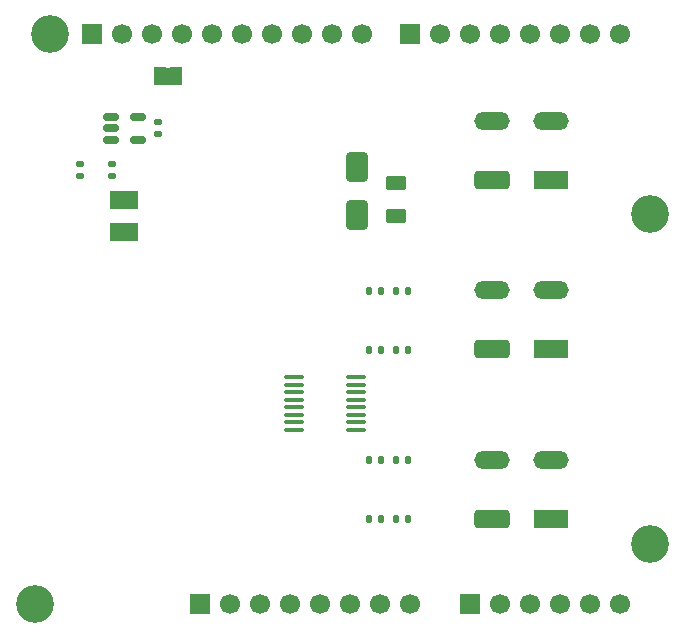
<source format=gbr>
%TF.GenerationSoftware,KiCad,Pcbnew,9.0.6+1*%
%TF.CreationDate,2025-12-14T17:41:01+00:00*%
%TF.ProjectId,dreh_shield,64726568-5f73-4686-9965-6c642e6b6963,0.1*%
%TF.SameCoordinates,Original*%
%TF.FileFunction,Soldermask,Top*%
%TF.FilePolarity,Negative*%
%FSLAX46Y46*%
G04 Gerber Fmt 4.6, Leading zero omitted, Abs format (unit mm)*
G04 Created by KiCad (PCBNEW 9.0.6+1) date 2025-12-14 17:41:01*
%MOMM*%
%LPD*%
G01*
G04 APERTURE LIST*
G04 Aperture macros list*
%AMRoundRect*
0 Rectangle with rounded corners*
0 $1 Rounding radius*
0 $2 $3 $4 $5 $6 $7 $8 $9 X,Y pos of 4 corners*
0 Add a 4 corners polygon primitive as box body*
4,1,4,$2,$3,$4,$5,$6,$7,$8,$9,$2,$3,0*
0 Add four circle primitives for the rounded corners*
1,1,$1+$1,$2,$3*
1,1,$1+$1,$4,$5*
1,1,$1+$1,$6,$7*
1,1,$1+$1,$8,$9*
0 Add four rect primitives between the rounded corners*
20,1,$1+$1,$2,$3,$4,$5,0*
20,1,$1+$1,$4,$5,$6,$7,0*
20,1,$1+$1,$6,$7,$8,$9,0*
20,1,$1+$1,$8,$9,$2,$3,0*%
G04 Aperture macros list end*
%ADD10R,1.700000X1.700000*%
%ADD11C,1.700000*%
%ADD12RoundRect,0.250001X1.249999X-0.499999X1.249999X0.499999X-1.249999X0.499999X-1.249999X-0.499999X0*%
%ADD13R,3.000000X1.500000*%
%ADD14O,3.000000X1.500000*%
%ADD15RoundRect,0.135000X-0.185000X0.135000X-0.185000X-0.135000X0.185000X-0.135000X0.185000X0.135000X0*%
%ADD16R,1.000000X1.500000*%
%ADD17RoundRect,0.140000X0.140000X0.170000X-0.140000X0.170000X-0.140000X-0.170000X0.140000X-0.170000X0*%
%ADD18RoundRect,0.135000X-0.135000X-0.185000X0.135000X-0.185000X0.135000X0.185000X-0.135000X0.185000X0*%
%ADD19RoundRect,0.150000X-0.512500X-0.150000X0.512500X-0.150000X0.512500X0.150000X-0.512500X0.150000X0*%
%ADD20C,3.200000*%
%ADD21RoundRect,0.100000X0.712500X0.100000X-0.712500X0.100000X-0.712500X-0.100000X0.712500X-0.100000X0*%
%ADD22RoundRect,0.250000X-0.625000X0.375000X-0.625000X-0.375000X0.625000X-0.375000X0.625000X0.375000X0*%
%ADD23RoundRect,0.250000X-0.650000X1.000000X-0.650000X-1.000000X0.650000X-1.000000X0.650000X1.000000X0*%
G04 APERTURE END LIST*
%TO.C,JP103*%
G36*
X121350000Y-65250000D02*
G01*
X121650000Y-65250000D01*
X121650000Y-66750000D01*
X121350000Y-66750000D01*
X121350000Y-65250000D01*
G37*
%TO.C,JP101*%
G36*
X125350000Y-53550000D02*
G01*
X125050000Y-53550000D01*
X125050000Y-52050000D01*
X125350000Y-52050000D01*
X125350000Y-53550000D01*
G37*
%TO.C,JP102*%
G36*
X121350000Y-62500000D02*
G01*
X121650000Y-62500000D01*
X121650000Y-64000000D01*
X121350000Y-64000000D01*
X121350000Y-62500000D01*
G37*
%TD*%
D10*
%TO.C,J1*%
X127940000Y-97460000D03*
D11*
X130480000Y-97460000D03*
X133020000Y-97460000D03*
X135560000Y-97460000D03*
X138100000Y-97460000D03*
X140640000Y-97460000D03*
X143180000Y-97460000D03*
X145720000Y-97460000D03*
%TD*%
D10*
%TO.C,J3*%
X150800000Y-97460000D03*
D11*
X153340000Y-97460000D03*
X155880000Y-97460000D03*
X158420000Y-97460000D03*
X160960000Y-97460000D03*
X163500000Y-97460000D03*
%TD*%
D10*
%TO.C,J2*%
X118796000Y-49200000D03*
D11*
X121336000Y-49200000D03*
X123876000Y-49200000D03*
X126416000Y-49200000D03*
X128956000Y-49200000D03*
X131496000Y-49200000D03*
X134036000Y-49200000D03*
X136576000Y-49200000D03*
X139116000Y-49200000D03*
X141656000Y-49200000D03*
%TD*%
D10*
%TO.C,J4*%
X145720000Y-49200000D03*
D11*
X148260000Y-49200000D03*
X150800000Y-49200000D03*
X153340000Y-49200000D03*
X155880000Y-49200000D03*
X158420000Y-49200000D03*
X160960000Y-49200000D03*
X163500000Y-49200000D03*
%TD*%
D12*
%TO.C,J103*%
X152617500Y-61550000D03*
D13*
X157617500Y-61550000D03*
D14*
X152617500Y-56550000D03*
X157617500Y-56550000D03*
%TD*%
D15*
%TO.C,R106*%
X120500000Y-60240000D03*
X120500000Y-61260000D03*
%TD*%
D16*
%TO.C,JP103*%
X120850000Y-66000000D03*
X122150000Y-66000000D03*
%TD*%
D15*
%TO.C,R105*%
X124400000Y-56630000D03*
X124400000Y-57650000D03*
%TD*%
D16*
%TO.C,JP101*%
X125850000Y-52800000D03*
X124550000Y-52800000D03*
%TD*%
D12*
%TO.C,J102*%
X152617500Y-75900000D03*
D13*
X157617500Y-75900000D03*
D14*
X152617500Y-70900000D03*
X157617500Y-70900000D03*
%TD*%
D16*
%TO.C,JP102*%
X120850000Y-63250000D03*
X122150000Y-63250000D03*
%TD*%
D12*
%TO.C,J101*%
X152617500Y-90250000D03*
D13*
X157617500Y-90250000D03*
D14*
X152617500Y-85250000D03*
X157617500Y-85250000D03*
%TD*%
D17*
%TO.C,C104*%
X143230000Y-71000000D03*
X142270000Y-71000000D03*
%TD*%
D18*
%TO.C,R102*%
X144490000Y-85250000D03*
X145510000Y-85250000D03*
%TD*%
D19*
%TO.C,U102*%
X120362500Y-56250000D03*
X120362500Y-57200000D03*
X120362500Y-58150000D03*
X122637500Y-58150000D03*
X122637500Y-56250000D03*
%TD*%
D20*
%TO.C,MH1*%
X115240000Y-49200000D03*
%TD*%
D21*
%TO.C,U101*%
X141137500Y-82722500D03*
X141137500Y-82087500D03*
X141137500Y-81452500D03*
X141137500Y-80817500D03*
X141137500Y-80182500D03*
X141137500Y-79547500D03*
X141137500Y-78912500D03*
X141137500Y-78277500D03*
X135862500Y-78277500D03*
X135862500Y-78912500D03*
X135862500Y-79547500D03*
X135862500Y-80182500D03*
X135862500Y-80817500D03*
X135862500Y-81452500D03*
X135862500Y-82087500D03*
X135862500Y-82722500D03*
%TD*%
D15*
%TO.C,R107*%
X117750000Y-60240000D03*
X117750000Y-61260000D03*
%TD*%
D18*
%TO.C,R101*%
X144490000Y-90250000D03*
X145510000Y-90250000D03*
%TD*%
D17*
%TO.C,C101*%
X143230000Y-90250000D03*
X142270000Y-90250000D03*
%TD*%
D18*
%TO.C,R104*%
X144490000Y-71000000D03*
X145510000Y-71000000D03*
%TD*%
D17*
%TO.C,C103*%
X143230000Y-76000000D03*
X142270000Y-76000000D03*
%TD*%
D18*
%TO.C,R103*%
X144490000Y-76000000D03*
X145510000Y-76000000D03*
%TD*%
D20*
%TO.C,MH2*%
X113970000Y-97460000D03*
%TD*%
%TO.C,MH3*%
X166040000Y-64440000D03*
%TD*%
D22*
%TO.C,F101*%
X144500000Y-61850000D03*
X144500000Y-64650000D03*
%TD*%
D20*
%TO.C,MH4*%
X166040000Y-92380000D03*
%TD*%
D23*
%TO.C,D101*%
X141250000Y-60500000D03*
X141250000Y-64500000D03*
%TD*%
D17*
%TO.C,C102*%
X143230000Y-85250000D03*
X142270000Y-85250000D03*
%TD*%
M02*

</source>
